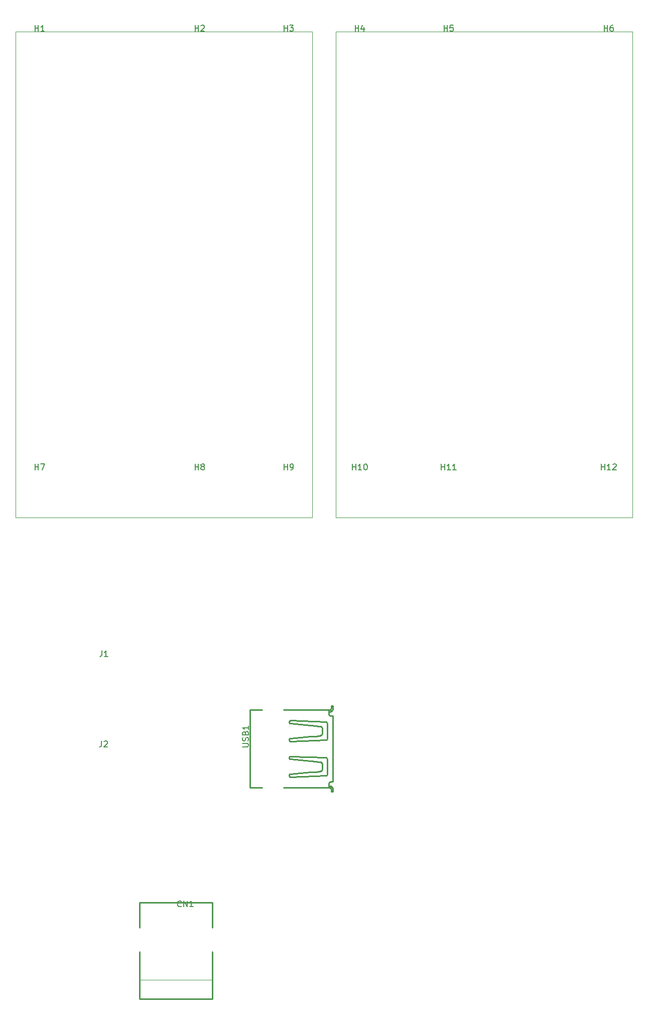
<source format=gto>
%TF.GenerationSoftware,KiCad,Pcbnew,(5.1.9)-1*%
%TF.CreationDate,2022-01-10T15:29:55-07:00*%
%TF.ProjectId,PCB_01,5043425f-3031-42e6-9b69-6361645f7063,rev?*%
%TF.SameCoordinates,Original*%
%TF.FileFunction,Legend,Top*%
%TF.FilePolarity,Positive*%
%FSLAX46Y46*%
G04 Gerber Fmt 4.6, Leading zero omitted, Abs format (unit mm)*
G04 Created by KiCad (PCBNEW (5.1.9)-1) date 2022-01-10 15:29:55*
%MOMM*%
%LPD*%
G01*
G04 APERTURE LIST*
%ADD10C,0.120000*%
%ADD11C,0.254000*%
%ADD12C,0.258000*%
%ADD13C,0.150000*%
G04 APERTURE END LIST*
D10*
X62000000Y-82000000D02*
X112000000Y-82000000D01*
X8000000Y-82000000D02*
X58000000Y-82000000D01*
X58000000Y0D02*
X8000000Y0D01*
X112000000Y0D02*
X62000000Y0D01*
X112000000Y0D02*
X112000000Y-82000000D01*
X62000000Y0D02*
X62000000Y-82000000D01*
X58000000Y0D02*
X58000000Y-82000000D01*
X8000000Y0D02*
X8000000Y-82000000D01*
%TO.C,CN1*%
X41113000Y-159970000D02*
X28880000Y-159970000D01*
D11*
X41113000Y-146896000D02*
X41113000Y-151173000D01*
D12*
X41113000Y-146896000D02*
X28880000Y-146896000D01*
X28880000Y-163180000D02*
X41113000Y-163180000D01*
D11*
X41113000Y-155191000D02*
X41113000Y-163178000D01*
X28880000Y-146896000D02*
X28880000Y-151173000D01*
X28880000Y-155191000D02*
X28880000Y-163180000D01*
X28880000Y-163180000D02*
X41113000Y-163180000D01*
%TO.C,USB1*%
X49504000Y-114430000D02*
X47505000Y-114430000D01*
X58117000Y-124911000D02*
X58255000Y-124898000D01*
X60499000Y-125313000D02*
X60499000Y-122694000D01*
X61505000Y-115437000D02*
X61505000Y-121000000D01*
X58393000Y-123122000D02*
X58347000Y-123115000D01*
X58393000Y-124892000D02*
X58347000Y-124892000D01*
X58393000Y-117108000D02*
X58347000Y-117102000D01*
X58393000Y-118878000D02*
X58347000Y-118878000D01*
X57781000Y-123063000D02*
X58117000Y-123096000D01*
X58347000Y-118878000D02*
X58255000Y-118885000D01*
X58347000Y-117102000D02*
X58255000Y-117095000D01*
X57781000Y-117049000D02*
X58117000Y-117082000D01*
X57781000Y-118931000D02*
X58117000Y-118898000D01*
X58347000Y-123115000D02*
X58255000Y-123109000D01*
X58347000Y-124892000D02*
X58255000Y-124898000D01*
X60900000Y-114733000D02*
X61016000Y-114722000D01*
X61016000Y-114722000D02*
X61125000Y-114690000D01*
X61125000Y-114690000D02*
X61225000Y-114638000D01*
X61225000Y-114638000D02*
X61319000Y-114564000D01*
X61319000Y-114564000D02*
X61391000Y-114480000D01*
X61391000Y-114480000D02*
X61452000Y-114376000D01*
X61452000Y-114376000D02*
X61491000Y-114259000D01*
X61491000Y-114259000D02*
X61505000Y-114144000D01*
X60900000Y-114430000D02*
X60959000Y-114427000D01*
X60959000Y-114427000D02*
X61009000Y-114413000D01*
X61009000Y-114413000D02*
X61062000Y-114387000D01*
X61062000Y-114387000D02*
X61109000Y-114350000D01*
X61109000Y-114350000D02*
X61145000Y-114308000D01*
X61145000Y-114308000D02*
X61174000Y-114255000D01*
X61174000Y-114255000D02*
X61193000Y-114201000D01*
X61193000Y-114201000D02*
X61202000Y-114139000D01*
X60801000Y-115134000D02*
X60811000Y-115201000D01*
X60811000Y-115201000D02*
X60828000Y-115256000D01*
X60828000Y-115256000D02*
X60851000Y-115300000D01*
X60851000Y-115300000D02*
X60886000Y-115346000D01*
X60886000Y-115346000D02*
X60926000Y-115380000D01*
X60926000Y-115380000D02*
X60978000Y-115408000D01*
X60978000Y-115408000D02*
X61032000Y-115426000D01*
X61032000Y-115426000D02*
X61098000Y-115437000D01*
X60499000Y-116681000D02*
X60492000Y-116621000D01*
X60492000Y-116621000D02*
X60466000Y-116562000D01*
X60466000Y-116562000D02*
X60419000Y-116523000D01*
X60419000Y-116523000D02*
X60367000Y-116490000D01*
X60367000Y-116490000D02*
X60308000Y-116476000D01*
X60499000Y-122694000D02*
X60492000Y-122635000D01*
X60492000Y-122635000D02*
X60466000Y-122576000D01*
X60466000Y-122576000D02*
X60419000Y-122536000D01*
X60419000Y-122536000D02*
X60367000Y-122503000D01*
X60367000Y-122503000D02*
X60308000Y-122497000D01*
X60308000Y-119503000D02*
X60349000Y-119496000D01*
X60349000Y-119496000D02*
X60387000Y-119482000D01*
X60387000Y-119482000D02*
X60422000Y-119462000D01*
X60422000Y-119462000D02*
X60451000Y-119436000D01*
X60451000Y-119436000D02*
X60473000Y-119407000D01*
X60473000Y-119407000D02*
X60489000Y-119375000D01*
X60489000Y-119375000D02*
X60497000Y-119339000D01*
X60497000Y-119339000D02*
X60499000Y-119303000D01*
X59295000Y-124806000D02*
X59375000Y-124791000D01*
X59375000Y-124791000D02*
X59454000Y-124759000D01*
X59454000Y-124759000D02*
X59523000Y-124713000D01*
X59523000Y-124713000D02*
X59583000Y-124655000D01*
X59583000Y-124655000D02*
X59635000Y-124580000D01*
X59635000Y-124580000D02*
X59674000Y-124496000D01*
X59674000Y-124496000D02*
X59699000Y-124407000D01*
X59699000Y-124407000D02*
X59709000Y-124313000D01*
X59295000Y-124806000D02*
X58393000Y-124892000D01*
X57781000Y-123063000D02*
X54314000Y-122747000D01*
X58393000Y-123122000D02*
X59295000Y-123201000D01*
X58117000Y-123096000D02*
X58255000Y-123109000D01*
X60308000Y-122497000D02*
X54347000Y-122253000D01*
X59709000Y-123701000D02*
X59699000Y-123607000D01*
X59699000Y-123607000D02*
X59675000Y-123518000D01*
X59675000Y-123518000D02*
X59637000Y-123434000D01*
X59637000Y-123434000D02*
X59590000Y-123365000D01*
X59590000Y-123365000D02*
X59527000Y-123301000D01*
X59527000Y-123301000D02*
X59459000Y-123253000D01*
X59459000Y-123253000D02*
X59388000Y-123221000D01*
X59388000Y-123221000D02*
X59302000Y-123202000D01*
X59709000Y-123701000D02*
X59709000Y-124306000D01*
X59709000Y-118293000D02*
X59709000Y-117687000D01*
X59709000Y-118293000D02*
X59702000Y-118379000D01*
X59702000Y-118379000D02*
X59677000Y-118476000D01*
X59677000Y-118476000D02*
X59639000Y-118560000D01*
X59639000Y-118560000D02*
X59588000Y-118636000D01*
X59588000Y-118636000D02*
X59529000Y-118695000D01*
X59529000Y-118695000D02*
X59460000Y-118742000D01*
X59460000Y-118742000D02*
X59382000Y-118776000D01*
X59382000Y-118776000D02*
X59302000Y-118792000D01*
X60308000Y-119503000D02*
X54347000Y-119746000D01*
X60499000Y-116681000D02*
X60499000Y-119299000D01*
X60801000Y-114430000D02*
X60801000Y-115134000D01*
X57781000Y-118931000D02*
X54314000Y-119246000D01*
X58393000Y-118878000D02*
X59295000Y-118792000D01*
X58117000Y-118898000D02*
X58255000Y-118885000D01*
X61202000Y-113779000D02*
X61202000Y-114134000D01*
X61505000Y-114134000D02*
X61505000Y-113779000D01*
X59295000Y-117187000D02*
X59374000Y-117203000D01*
X59374000Y-117203000D02*
X59453000Y-117236000D01*
X59453000Y-117236000D02*
X59522000Y-117282000D01*
X59522000Y-117282000D02*
X59581000Y-117341000D01*
X59581000Y-117341000D02*
X59634000Y-117415000D01*
X59634000Y-117415000D02*
X59673000Y-117497000D01*
X59673000Y-117497000D02*
X59698000Y-117587000D01*
X59698000Y-117587000D02*
X59709000Y-117680000D01*
X57781000Y-117049000D02*
X54314000Y-116733000D01*
X58393000Y-117108000D02*
X59295000Y-117187000D01*
X58117000Y-117082000D02*
X58255000Y-117095000D01*
X54347000Y-116239000D02*
X60308000Y-116476000D01*
X61505000Y-115437000D02*
X61104000Y-115437000D01*
X60801000Y-114733000D02*
X60900000Y-114733000D01*
X61505000Y-113779000D02*
X61202000Y-113779000D01*
X54347000Y-116239000D02*
X54250000Y-116254000D01*
X54250000Y-116254000D02*
X54170000Y-116299000D01*
X54170000Y-116299000D02*
X54113000Y-116372000D01*
X54113000Y-116372000D02*
X54095000Y-116417000D01*
X54095000Y-116417000D02*
X54087000Y-116466000D01*
X54087000Y-116466000D02*
X54088000Y-116515000D01*
X54088000Y-116515000D02*
X54099000Y-116563000D01*
X54099000Y-116563000D02*
X54141000Y-116639000D01*
X54141000Y-116639000D02*
X54212000Y-116699000D01*
X54212000Y-116699000D02*
X54304000Y-116731000D01*
X54314000Y-119246000D02*
X54213000Y-119280000D01*
X54213000Y-119280000D02*
X54142000Y-119339000D01*
X54142000Y-119339000D02*
X54098000Y-119421000D01*
X54098000Y-119421000D02*
X54087000Y-119512000D01*
X54087000Y-119512000D02*
X54108000Y-119601000D01*
X54108000Y-119601000D02*
X54163000Y-119677000D01*
X54163000Y-119677000D02*
X54241000Y-119726000D01*
X54241000Y-119726000D02*
X54337000Y-119746000D01*
X54347000Y-122253000D02*
X54251000Y-122269000D01*
X54251000Y-122269000D02*
X54170000Y-122314000D01*
X54170000Y-122314000D02*
X54113000Y-122387000D01*
X54113000Y-122387000D02*
X54088000Y-122475000D01*
X54088000Y-122475000D02*
X54095000Y-122565000D01*
X54095000Y-122565000D02*
X54136000Y-122648000D01*
X54136000Y-122648000D02*
X54205000Y-122709000D01*
X54205000Y-122709000D02*
X54304000Y-122745000D01*
X60900000Y-114430000D02*
X53200000Y-114430000D01*
X57781000Y-124944000D02*
X58117000Y-124911000D01*
X60308000Y-125517000D02*
X60352000Y-125509000D01*
X60352000Y-125509000D02*
X60390000Y-125494000D01*
X60390000Y-125494000D02*
X60424000Y-125474000D01*
X60424000Y-125474000D02*
X60451000Y-125449000D01*
X60451000Y-125449000D02*
X60473000Y-125421000D01*
X60473000Y-125421000D02*
X60489000Y-125389000D01*
X60489000Y-125389000D02*
X60497000Y-125352000D01*
X60497000Y-125352000D02*
X60499000Y-125316000D01*
X57781000Y-124944000D02*
X54314000Y-125260000D01*
X54347000Y-125760000D02*
X60308000Y-125517000D01*
X60900000Y-127570000D02*
X53200000Y-127570000D01*
X60900000Y-127267000D02*
X61016000Y-127278000D01*
X61016000Y-127278000D02*
X61125000Y-127310000D01*
X61125000Y-127310000D02*
X61225000Y-127362000D01*
X61225000Y-127362000D02*
X61319000Y-127436000D01*
X61319000Y-127436000D02*
X61391000Y-127520000D01*
X61391000Y-127520000D02*
X61452000Y-127624000D01*
X61452000Y-127624000D02*
X61491000Y-127741000D01*
X61491000Y-127741000D02*
X61505000Y-127856000D01*
X60900000Y-127570000D02*
X60954000Y-127573000D01*
X60954000Y-127573000D02*
X61009000Y-127586000D01*
X61009000Y-127586000D02*
X61062000Y-127613000D01*
X61062000Y-127613000D02*
X61109000Y-127650000D01*
X61109000Y-127650000D02*
X61145000Y-127692000D01*
X61145000Y-127692000D02*
X61174000Y-127745000D01*
X61174000Y-127745000D02*
X61193000Y-127799000D01*
X61193000Y-127799000D02*
X61202000Y-127861000D01*
X60801000Y-126866000D02*
X60811000Y-126799000D01*
X60811000Y-126799000D02*
X60828000Y-126744000D01*
X60828000Y-126744000D02*
X60853000Y-126696000D01*
X60853000Y-126696000D02*
X60886000Y-126654000D01*
X60886000Y-126654000D02*
X60926000Y-126620000D01*
X60926000Y-126620000D02*
X60978000Y-126592000D01*
X60978000Y-126592000D02*
X61037000Y-126572000D01*
X61037000Y-126572000D02*
X61098000Y-126563000D01*
X60801000Y-127570000D02*
X60801000Y-126866000D01*
X61202000Y-128221000D02*
X61202000Y-127866000D01*
X61505000Y-127866000D02*
X61505000Y-128221000D01*
X61505000Y-126563000D02*
X61104000Y-126563000D01*
X60801000Y-127267000D02*
X60900000Y-127267000D01*
X61505000Y-128221000D02*
X61202000Y-128221000D01*
X61505000Y-126563000D02*
X61505000Y-121000000D01*
X49505000Y-127570000D02*
X47506000Y-127570000D01*
X47505000Y-127570000D02*
X47505000Y-114430000D01*
X54314000Y-125260000D02*
X54218000Y-125291000D01*
X54218000Y-125291000D02*
X54145000Y-125349000D01*
X54145000Y-125349000D02*
X54099000Y-125432000D01*
X54099000Y-125432000D02*
X54087000Y-125524000D01*
X54087000Y-125524000D02*
X54108000Y-125614000D01*
X54108000Y-125614000D02*
X54161000Y-125690000D01*
X54161000Y-125690000D02*
X54237000Y-125740000D01*
X54237000Y-125740000D02*
X54284000Y-125754000D01*
X54284000Y-125754000D02*
X54337000Y-125760000D01*
%TO.C,CN1*%
D13*
X35907023Y-147550142D02*
X35859404Y-147597761D01*
X35716547Y-147645380D01*
X35621309Y-147645380D01*
X35478452Y-147597761D01*
X35383214Y-147502523D01*
X35335595Y-147407285D01*
X35287976Y-147216809D01*
X35287976Y-147073952D01*
X35335595Y-146883476D01*
X35383214Y-146788238D01*
X35478452Y-146693000D01*
X35621309Y-146645380D01*
X35716547Y-146645380D01*
X35859404Y-146693000D01*
X35907023Y-146740619D01*
X36335595Y-147645380D02*
X36335595Y-146645380D01*
X36907023Y-147645380D01*
X36907023Y-146645380D01*
X37907023Y-147645380D02*
X37335595Y-147645380D01*
X37621309Y-147645380D02*
X37621309Y-146645380D01*
X37526071Y-146788238D01*
X37430833Y-146883476D01*
X37335595Y-146931095D01*
%TO.C,H1*%
X11238095Y47619D02*
X11238095Y1047619D01*
X11238095Y571428D02*
X11809523Y571428D01*
X11809523Y47619D02*
X11809523Y1047619D01*
X12809523Y47619D02*
X12238095Y47619D01*
X12523809Y47619D02*
X12523809Y1047619D01*
X12428571Y904761D01*
X12333333Y809523D01*
X12238095Y761904D01*
%TO.C,H2*%
X38238095Y47619D02*
X38238095Y1047619D01*
X38238095Y571428D02*
X38809523Y571428D01*
X38809523Y47619D02*
X38809523Y1047619D01*
X39238095Y952380D02*
X39285714Y1000000D01*
X39380952Y1047619D01*
X39619047Y1047619D01*
X39714285Y1000000D01*
X39761904Y952380D01*
X39809523Y857142D01*
X39809523Y761904D01*
X39761904Y619047D01*
X39190476Y47619D01*
X39809523Y47619D01*
%TO.C,H3*%
X53238095Y47619D02*
X53238095Y1047619D01*
X53238095Y571428D02*
X53809523Y571428D01*
X53809523Y47619D02*
X53809523Y1047619D01*
X54190476Y1047619D02*
X54809523Y1047619D01*
X54476190Y666666D01*
X54619047Y666666D01*
X54714285Y619047D01*
X54761904Y571428D01*
X54809523Y476190D01*
X54809523Y238095D01*
X54761904Y142857D01*
X54714285Y95238D01*
X54619047Y47619D01*
X54333333Y47619D01*
X54238095Y95238D01*
X54190476Y142857D01*
%TO.C,H4*%
X65238095Y47619D02*
X65238095Y1047619D01*
X65238095Y571428D02*
X65809523Y571428D01*
X65809523Y47619D02*
X65809523Y1047619D01*
X66714285Y714285D02*
X66714285Y47619D01*
X66476190Y1095238D02*
X66238095Y380952D01*
X66857142Y380952D01*
%TO.C,H5*%
X80238095Y47619D02*
X80238095Y1047619D01*
X80238095Y571428D02*
X80809523Y571428D01*
X80809523Y47619D02*
X80809523Y1047619D01*
X81761904Y1047619D02*
X81285714Y1047619D01*
X81238095Y571428D01*
X81285714Y619047D01*
X81380952Y666666D01*
X81619047Y666666D01*
X81714285Y619047D01*
X81761904Y571428D01*
X81809523Y476190D01*
X81809523Y238095D01*
X81761904Y142857D01*
X81714285Y95238D01*
X81619047Y47619D01*
X81380952Y47619D01*
X81285714Y95238D01*
X81238095Y142857D01*
%TO.C,H6*%
X107238095Y47619D02*
X107238095Y1047619D01*
X107238095Y571428D02*
X107809523Y571428D01*
X107809523Y47619D02*
X107809523Y1047619D01*
X108714285Y1047619D02*
X108523809Y1047619D01*
X108428571Y1000000D01*
X108380952Y952380D01*
X108285714Y809523D01*
X108238095Y619047D01*
X108238095Y238095D01*
X108285714Y142857D01*
X108333333Y95238D01*
X108428571Y47619D01*
X108619047Y47619D01*
X108714285Y95238D01*
X108761904Y142857D01*
X108809523Y238095D01*
X108809523Y476190D01*
X108761904Y571428D01*
X108714285Y619047D01*
X108619047Y666666D01*
X108428571Y666666D01*
X108333333Y619047D01*
X108285714Y571428D01*
X108238095Y476190D01*
%TO.C,H7*%
X11238095Y-73952380D02*
X11238095Y-72952380D01*
X11238095Y-73428571D02*
X11809523Y-73428571D01*
X11809523Y-73952380D02*
X11809523Y-72952380D01*
X12190476Y-72952380D02*
X12857142Y-72952380D01*
X12428571Y-73952380D01*
%TO.C,H8*%
X38238095Y-73952380D02*
X38238095Y-72952380D01*
X38238095Y-73428571D02*
X38809523Y-73428571D01*
X38809523Y-73952380D02*
X38809523Y-72952380D01*
X39428571Y-73380952D02*
X39333333Y-73333333D01*
X39285714Y-73285714D01*
X39238095Y-73190476D01*
X39238095Y-73142857D01*
X39285714Y-73047619D01*
X39333333Y-73000000D01*
X39428571Y-72952380D01*
X39619047Y-72952380D01*
X39714285Y-73000000D01*
X39761904Y-73047619D01*
X39809523Y-73142857D01*
X39809523Y-73190476D01*
X39761904Y-73285714D01*
X39714285Y-73333333D01*
X39619047Y-73380952D01*
X39428571Y-73380952D01*
X39333333Y-73428571D01*
X39285714Y-73476190D01*
X39238095Y-73571428D01*
X39238095Y-73761904D01*
X39285714Y-73857142D01*
X39333333Y-73904761D01*
X39428571Y-73952380D01*
X39619047Y-73952380D01*
X39714285Y-73904761D01*
X39761904Y-73857142D01*
X39809523Y-73761904D01*
X39809523Y-73571428D01*
X39761904Y-73476190D01*
X39714285Y-73428571D01*
X39619047Y-73380952D01*
%TO.C,H9*%
X53238095Y-73952380D02*
X53238095Y-72952380D01*
X53238095Y-73428571D02*
X53809523Y-73428571D01*
X53809523Y-73952380D02*
X53809523Y-72952380D01*
X54333333Y-73952380D02*
X54523809Y-73952380D01*
X54619047Y-73904761D01*
X54666666Y-73857142D01*
X54761904Y-73714285D01*
X54809523Y-73523809D01*
X54809523Y-73142857D01*
X54761904Y-73047619D01*
X54714285Y-73000000D01*
X54619047Y-72952380D01*
X54428571Y-72952380D01*
X54333333Y-73000000D01*
X54285714Y-73047619D01*
X54238095Y-73142857D01*
X54238095Y-73380952D01*
X54285714Y-73476190D01*
X54333333Y-73523809D01*
X54428571Y-73571428D01*
X54619047Y-73571428D01*
X54714285Y-73523809D01*
X54761904Y-73476190D01*
X54809523Y-73380952D01*
%TO.C,H10*%
X64761904Y-73952380D02*
X64761904Y-72952380D01*
X64761904Y-73428571D02*
X65333333Y-73428571D01*
X65333333Y-73952380D02*
X65333333Y-72952380D01*
X66333333Y-73952380D02*
X65761904Y-73952380D01*
X66047619Y-73952380D02*
X66047619Y-72952380D01*
X65952380Y-73095238D01*
X65857142Y-73190476D01*
X65761904Y-73238095D01*
X66952380Y-72952380D02*
X67047619Y-72952380D01*
X67142857Y-73000000D01*
X67190476Y-73047619D01*
X67238095Y-73142857D01*
X67285714Y-73333333D01*
X67285714Y-73571428D01*
X67238095Y-73761904D01*
X67190476Y-73857142D01*
X67142857Y-73904761D01*
X67047619Y-73952380D01*
X66952380Y-73952380D01*
X66857142Y-73904761D01*
X66809523Y-73857142D01*
X66761904Y-73761904D01*
X66714285Y-73571428D01*
X66714285Y-73333333D01*
X66761904Y-73142857D01*
X66809523Y-73047619D01*
X66857142Y-73000000D01*
X66952380Y-72952380D01*
%TO.C,H11*%
X79761904Y-73952380D02*
X79761904Y-72952380D01*
X79761904Y-73428571D02*
X80333333Y-73428571D01*
X80333333Y-73952380D02*
X80333333Y-72952380D01*
X81333333Y-73952380D02*
X80761904Y-73952380D01*
X81047619Y-73952380D02*
X81047619Y-72952380D01*
X80952380Y-73095238D01*
X80857142Y-73190476D01*
X80761904Y-73238095D01*
X82285714Y-73952380D02*
X81714285Y-73952380D01*
X82000000Y-73952380D02*
X82000000Y-72952380D01*
X81904761Y-73095238D01*
X81809523Y-73190476D01*
X81714285Y-73238095D01*
%TO.C,H12*%
X106761904Y-73952380D02*
X106761904Y-72952380D01*
X106761904Y-73428571D02*
X107333333Y-73428571D01*
X107333333Y-73952380D02*
X107333333Y-72952380D01*
X108333333Y-73952380D02*
X107761904Y-73952380D01*
X108047619Y-73952380D02*
X108047619Y-72952380D01*
X107952380Y-73095238D01*
X107857142Y-73190476D01*
X107761904Y-73238095D01*
X108714285Y-73047619D02*
X108761904Y-73000000D01*
X108857142Y-72952380D01*
X109095238Y-72952380D01*
X109190476Y-73000000D01*
X109238095Y-73047619D01*
X109285714Y-73142857D01*
X109285714Y-73238095D01*
X109238095Y-73380952D01*
X108666666Y-73952380D01*
X109285714Y-73952380D01*
%TO.C,J1*%
X22526666Y-104442380D02*
X22526666Y-105156666D01*
X22479047Y-105299523D01*
X22383809Y-105394761D01*
X22240952Y-105442380D01*
X22145714Y-105442380D01*
X23526666Y-105442380D02*
X22955238Y-105442380D01*
X23240952Y-105442380D02*
X23240952Y-104442380D01*
X23145714Y-104585238D01*
X23050476Y-104680476D01*
X22955238Y-104728095D01*
%TO.C,J2*%
X22466666Y-119682380D02*
X22466666Y-120396666D01*
X22419047Y-120539523D01*
X22323809Y-120634761D01*
X22180952Y-120682380D01*
X22085714Y-120682380D01*
X22895238Y-119777619D02*
X22942857Y-119730000D01*
X23038095Y-119682380D01*
X23276190Y-119682380D01*
X23371428Y-119730000D01*
X23419047Y-119777619D01*
X23466666Y-119872857D01*
X23466666Y-119968095D01*
X23419047Y-120110952D01*
X22847619Y-120682380D01*
X23466666Y-120682380D01*
%TO.C,USB1*%
X46245380Y-120664404D02*
X47054904Y-120664404D01*
X47150142Y-120616785D01*
X47197761Y-120569166D01*
X47245380Y-120473928D01*
X47245380Y-120283452D01*
X47197761Y-120188214D01*
X47150142Y-120140595D01*
X47054904Y-120092976D01*
X46245380Y-120092976D01*
X47197761Y-119664404D02*
X47245380Y-119521547D01*
X47245380Y-119283452D01*
X47197761Y-119188214D01*
X47150142Y-119140595D01*
X47054904Y-119092976D01*
X46959666Y-119092976D01*
X46864428Y-119140595D01*
X46816809Y-119188214D01*
X46769190Y-119283452D01*
X46721571Y-119473928D01*
X46673952Y-119569166D01*
X46626333Y-119616785D01*
X46531095Y-119664404D01*
X46435857Y-119664404D01*
X46340619Y-119616785D01*
X46293000Y-119569166D01*
X46245380Y-119473928D01*
X46245380Y-119235833D01*
X46293000Y-119092976D01*
X46721571Y-118331071D02*
X46769190Y-118188214D01*
X46816809Y-118140595D01*
X46912047Y-118092976D01*
X47054904Y-118092976D01*
X47150142Y-118140595D01*
X47197761Y-118188214D01*
X47245380Y-118283452D01*
X47245380Y-118664404D01*
X46245380Y-118664404D01*
X46245380Y-118331071D01*
X46293000Y-118235833D01*
X46340619Y-118188214D01*
X46435857Y-118140595D01*
X46531095Y-118140595D01*
X46626333Y-118188214D01*
X46673952Y-118235833D01*
X46721571Y-118331071D01*
X46721571Y-118664404D01*
X47245380Y-117140595D02*
X47245380Y-117712023D01*
X47245380Y-117426309D02*
X46245380Y-117426309D01*
X46388238Y-117521547D01*
X46483476Y-117616785D01*
X46531095Y-117712023D01*
%TD*%
M02*

</source>
